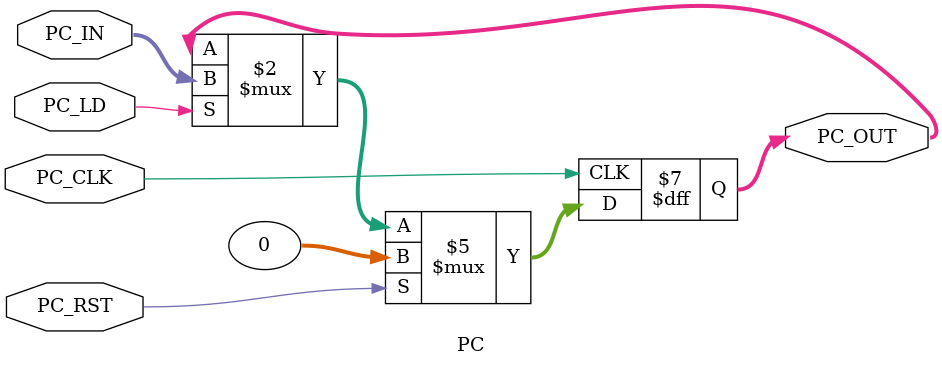
<source format=sv>
`timescale 1ns / 1ps

module PC(input logic PC_CLK, 
          input logic PC_RST,
          input logic PC_LD,
          input logic [31:0] PC_IN,
          output logic [31:0] PC_OUT
          );

    always_ff @(posedge PC_CLK) begin
        if(PC_RST)
            PC_OUT <= 32'h00000000;
        else if (PC_LD)
            PC_OUT <= PC_IN;
    end
          
endmodule
</source>
